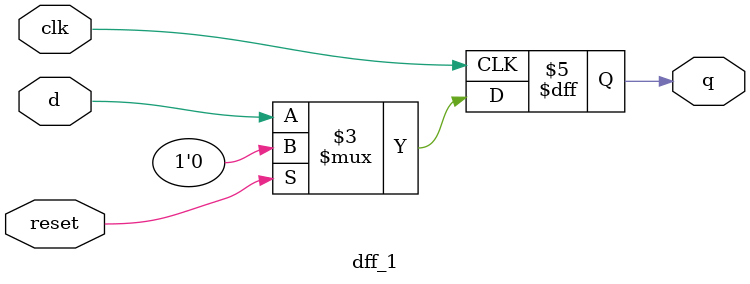
<source format=v>
module dff_1(d,q,clk,reset);
input clk ,d,reset;
output reg q;
always @(posedge clk)
begin
	if(reset)
	q<=1'b0;
	else 
	q<=d;
end
endmodule 


</source>
